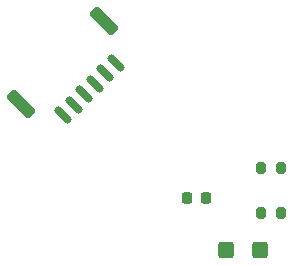
<source format=gbr>
%TF.GenerationSoftware,KiCad,Pcbnew,9.0.6*%
%TF.CreationDate,2026-01-10T16:59:14-06:00*%
%TF.ProjectId,hall_effect_breakout,68616c6c-5f65-4666-9665-63745f627265,rev?*%
%TF.SameCoordinates,Original*%
%TF.FileFunction,Soldermask,Top*%
%TF.FilePolarity,Negative*%
%FSLAX46Y46*%
G04 Gerber Fmt 4.6, Leading zero omitted, Abs format (unit mm)*
G04 Created by KiCad (PCBNEW 9.0.6) date 2026-01-10 16:59:14*
%MOMM*%
%LPD*%
G01*
G04 APERTURE LIST*
G04 Aperture macros list*
%AMRoundRect*
0 Rectangle with rounded corners*
0 $1 Rounding radius*
0 $2 $3 $4 $5 $6 $7 $8 $9 X,Y pos of 4 corners*
0 Add a 4 corners polygon primitive as box body*
4,1,4,$2,$3,$4,$5,$6,$7,$8,$9,$2,$3,0*
0 Add four circle primitives for the rounded corners*
1,1,$1+$1,$2,$3*
1,1,$1+$1,$4,$5*
1,1,$1+$1,$6,$7*
1,1,$1+$1,$8,$9*
0 Add four rect primitives between the rounded corners*
20,1,$1+$1,$2,$3,$4,$5,0*
20,1,$1+$1,$4,$5,$6,$7,0*
20,1,$1+$1,$6,$7,$8,$9,0*
20,1,$1+$1,$8,$9,$2,$3,0*%
G04 Aperture macros list end*
%ADD10RoundRect,0.250000X-0.601041X0.954594X-0.954594X0.601041X0.601041X-0.954594X0.954594X-0.601041X0*%
%ADD11RoundRect,0.150000X-0.388909X0.601041X-0.601041X0.388909X0.388909X-0.601041X0.601041X-0.388909X0*%
%ADD12RoundRect,0.250000X-0.400000X-0.450000X0.400000X-0.450000X0.400000X0.450000X-0.400000X0.450000X0*%
%ADD13RoundRect,0.200000X-0.200000X-0.275000X0.200000X-0.275000X0.200000X0.275000X-0.200000X0.275000X0*%
%ADD14RoundRect,0.218750X-0.218750X-0.256250X0.218750X-0.256250X0.218750X0.256250X-0.218750X0.256250X0*%
G04 APERTURE END LIST*
D10*
%TO.C,J3*%
X87259650Y-93634862D03*
X94295362Y-86599150D03*
D11*
X90830539Y-94589456D03*
X91714422Y-93705573D03*
X92598306Y-92821689D03*
X93482189Y-91937806D03*
X94366073Y-91053922D03*
X95249956Y-90170039D03*
%TD*%
D12*
%TO.C,D2*%
X104595000Y-106045000D03*
X107495000Y-106045000D03*
%TD*%
D13*
%TO.C,TH1*%
X107570000Y-99060000D03*
X109220000Y-99060000D03*
%TD*%
%TO.C,R1*%
X109220000Y-102870000D03*
X107570000Y-102870000D03*
%TD*%
D14*
%TO.C,D1*%
X101295000Y-101600000D03*
X102870000Y-101600000D03*
%TD*%
M02*

</source>
